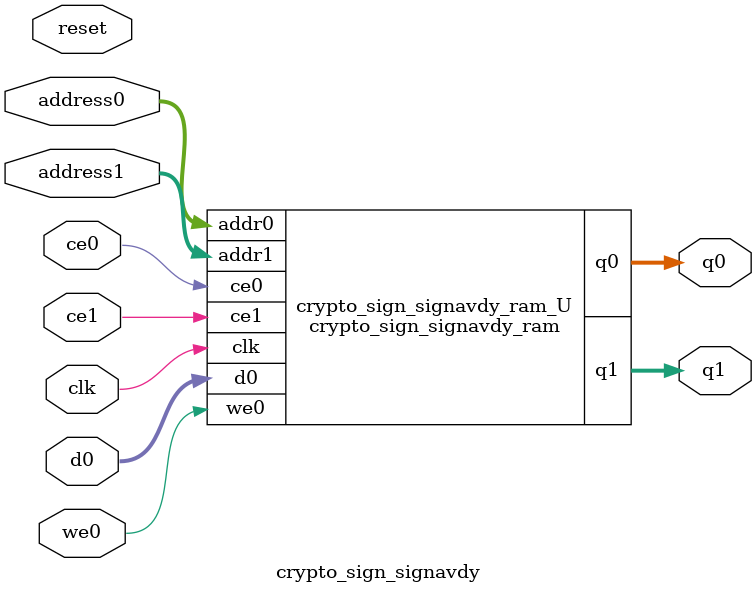
<source format=v>
`timescale 1 ns / 1 ps
module crypto_sign_signavdy_ram (addr0, ce0, d0, we0, q0, addr1, ce1, q1,  clk);

parameter DWIDTH = 32;
parameter AWIDTH = 8;
parameter MEM_SIZE = 256;

input[AWIDTH-1:0] addr0;
input ce0;
input[DWIDTH-1:0] d0;
input we0;
output reg[DWIDTH-1:0] q0;
input[AWIDTH-1:0] addr1;
input ce1;
output reg[DWIDTH-1:0] q1;
input clk;

(* ram_style = "block" *)reg [DWIDTH-1:0] ram[0:MEM_SIZE-1];




always @(posedge clk)  
begin 
    if (ce0) begin
        if (we0) 
            ram[addr0] <= d0; 
        q0 <= ram[addr0];
    end
end


always @(posedge clk)  
begin 
    if (ce1) begin
        q1 <= ram[addr1];
    end
end


endmodule

`timescale 1 ns / 1 ps
module crypto_sign_signavdy(
    reset,
    clk,
    address0,
    ce0,
    we0,
    d0,
    q0,
    address1,
    ce1,
    q1);

parameter DataWidth = 32'd32;
parameter AddressRange = 32'd256;
parameter AddressWidth = 32'd8;
input reset;
input clk;
input[AddressWidth - 1:0] address0;
input ce0;
input we0;
input[DataWidth - 1:0] d0;
output[DataWidth - 1:0] q0;
input[AddressWidth - 1:0] address1;
input ce1;
output[DataWidth - 1:0] q1;



crypto_sign_signavdy_ram crypto_sign_signavdy_ram_U(
    .clk( clk ),
    .addr0( address0 ),
    .ce0( ce0 ),
    .we0( we0 ),
    .d0( d0 ),
    .q0( q0 ),
    .addr1( address1 ),
    .ce1( ce1 ),
    .q1( q1 ));

endmodule


</source>
